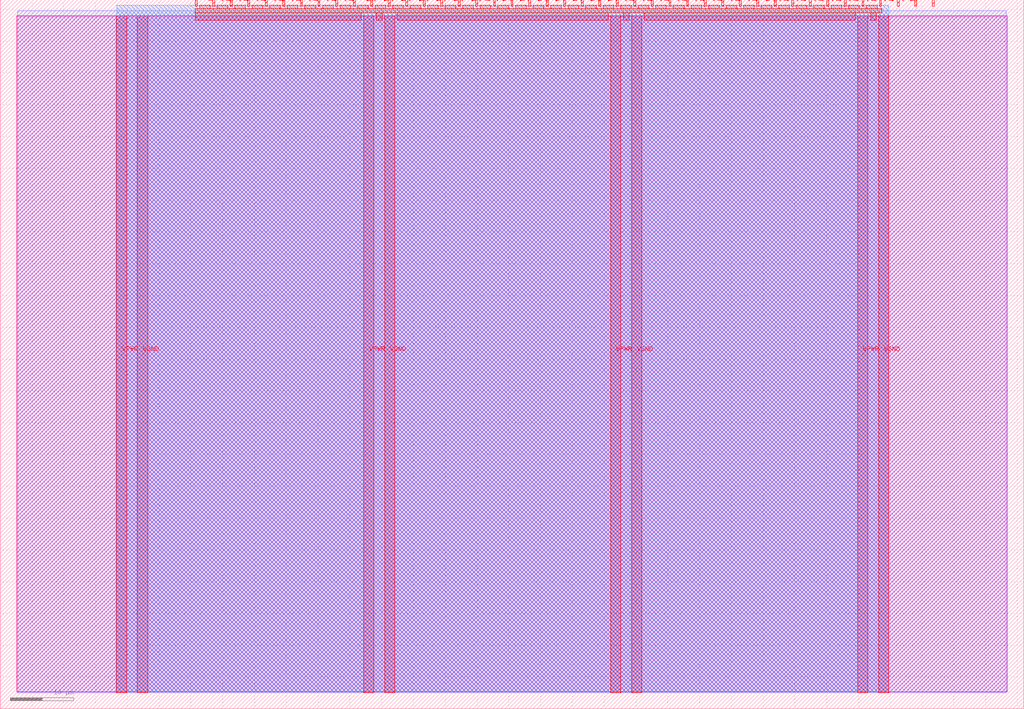
<source format=lef>
VERSION 5.7 ;
  NOWIREEXTENSIONATPIN ON ;
  DIVIDERCHAR "/" ;
  BUSBITCHARS "[]" ;
MACRO tt_um_wokwi_444978564247871489
  CLASS BLOCK ;
  FOREIGN tt_um_wokwi_444978564247871489 ;
  ORIGIN 0.000 0.000 ;
  SIZE 161.000 BY 111.520 ;
  PIN VGND
    DIRECTION INOUT ;
    USE GROUND ;
    PORT
      LAYER met4 ;
        RECT 21.580 2.480 23.180 109.040 ;
    END
    PORT
      LAYER met4 ;
        RECT 60.450 2.480 62.050 109.040 ;
    END
    PORT
      LAYER met4 ;
        RECT 99.320 2.480 100.920 109.040 ;
    END
    PORT
      LAYER met4 ;
        RECT 138.190 2.480 139.790 109.040 ;
    END
  END VGND
  PIN VPWR
    DIRECTION INOUT ;
    USE POWER ;
    PORT
      LAYER met4 ;
        RECT 18.280 2.480 19.880 109.040 ;
    END
    PORT
      LAYER met4 ;
        RECT 57.150 2.480 58.750 109.040 ;
    END
    PORT
      LAYER met4 ;
        RECT 96.020 2.480 97.620 109.040 ;
    END
    PORT
      LAYER met4 ;
        RECT 134.890 2.480 136.490 109.040 ;
    END
  END VPWR
  PIN clk
    DIRECTION INPUT ;
    USE SIGNAL ;
    PORT
      LAYER met4 ;
        RECT 143.830 110.520 144.130 111.520 ;
    END
  END clk
  PIN ena
    DIRECTION INPUT ;
    USE SIGNAL ;
    PORT
      LAYER met4 ;
        RECT 146.590 110.520 146.890 111.520 ;
    END
  END ena
  PIN rst_n
    DIRECTION INPUT ;
    USE SIGNAL ;
    PORT
      LAYER met4 ;
        RECT 141.070 110.520 141.370 111.520 ;
    END
  END rst_n
  PIN ui_in[0]
    DIRECTION INPUT ;
    USE SIGNAL ;
    ANTENNAGATEAREA 0.196500 ;
    PORT
      LAYER met4 ;
        RECT 138.310 110.520 138.610 111.520 ;
    END
  END ui_in[0]
  PIN ui_in[1]
    DIRECTION INPUT ;
    USE SIGNAL ;
    ANTENNAGATEAREA 0.196500 ;
    PORT
      LAYER met4 ;
        RECT 135.550 110.520 135.850 111.520 ;
    END
  END ui_in[1]
  PIN ui_in[2]
    DIRECTION INPUT ;
    USE SIGNAL ;
    ANTENNAGATEAREA 0.196500 ;
    PORT
      LAYER met4 ;
        RECT 132.790 110.520 133.090 111.520 ;
    END
  END ui_in[2]
  PIN ui_in[3]
    DIRECTION INPUT ;
    USE SIGNAL ;
    ANTENNAGATEAREA 0.196500 ;
    PORT
      LAYER met4 ;
        RECT 130.030 110.520 130.330 111.520 ;
    END
  END ui_in[3]
  PIN ui_in[4]
    DIRECTION INPUT ;
    USE SIGNAL ;
    ANTENNAGATEAREA 0.159000 ;
    PORT
      LAYER met4 ;
        RECT 127.270 110.520 127.570 111.520 ;
    END
  END ui_in[4]
  PIN ui_in[5]
    DIRECTION INPUT ;
    USE SIGNAL ;
    ANTENNAGATEAREA 0.159000 ;
    PORT
      LAYER met4 ;
        RECT 124.510 110.520 124.810 111.520 ;
    END
  END ui_in[5]
  PIN ui_in[6]
    DIRECTION INPUT ;
    USE SIGNAL ;
    ANTENNAGATEAREA 0.159000 ;
    PORT
      LAYER met4 ;
        RECT 121.750 110.520 122.050 111.520 ;
    END
  END ui_in[6]
  PIN ui_in[7]
    DIRECTION INPUT ;
    USE SIGNAL ;
    ANTENNAGATEAREA 0.159000 ;
    PORT
      LAYER met4 ;
        RECT 118.990 110.520 119.290 111.520 ;
    END
  END ui_in[7]
  PIN uio_in[0]
    DIRECTION INPUT ;
    USE SIGNAL ;
    PORT
      LAYER met4 ;
        RECT 116.230 110.520 116.530 111.520 ;
    END
  END uio_in[0]
  PIN uio_in[1]
    DIRECTION INPUT ;
    USE SIGNAL ;
    PORT
      LAYER met4 ;
        RECT 113.470 110.520 113.770 111.520 ;
    END
  END uio_in[1]
  PIN uio_in[2]
    DIRECTION INPUT ;
    USE SIGNAL ;
    PORT
      LAYER met4 ;
        RECT 110.710 110.520 111.010 111.520 ;
    END
  END uio_in[2]
  PIN uio_in[3]
    DIRECTION INPUT ;
    USE SIGNAL ;
    PORT
      LAYER met4 ;
        RECT 107.950 110.520 108.250 111.520 ;
    END
  END uio_in[3]
  PIN uio_in[4]
    DIRECTION INPUT ;
    USE SIGNAL ;
    PORT
      LAYER met4 ;
        RECT 105.190 110.520 105.490 111.520 ;
    END
  END uio_in[4]
  PIN uio_in[5]
    DIRECTION INPUT ;
    USE SIGNAL ;
    PORT
      LAYER met4 ;
        RECT 102.430 110.520 102.730 111.520 ;
    END
  END uio_in[5]
  PIN uio_in[6]
    DIRECTION INPUT ;
    USE SIGNAL ;
    PORT
      LAYER met4 ;
        RECT 99.670 110.520 99.970 111.520 ;
    END
  END uio_in[6]
  PIN uio_in[7]
    DIRECTION INPUT ;
    USE SIGNAL ;
    PORT
      LAYER met4 ;
        RECT 96.910 110.520 97.210 111.520 ;
    END
  END uio_in[7]
  PIN uio_oe[0]
    DIRECTION OUTPUT ;
    USE SIGNAL ;
    PORT
      LAYER met4 ;
        RECT 49.990 110.520 50.290 111.520 ;
    END
  END uio_oe[0]
  PIN uio_oe[1]
    DIRECTION OUTPUT ;
    USE SIGNAL ;
    PORT
      LAYER met4 ;
        RECT 47.230 110.520 47.530 111.520 ;
    END
  END uio_oe[1]
  PIN uio_oe[2]
    DIRECTION OUTPUT ;
    USE SIGNAL ;
    PORT
      LAYER met4 ;
        RECT 44.470 110.520 44.770 111.520 ;
    END
  END uio_oe[2]
  PIN uio_oe[3]
    DIRECTION OUTPUT ;
    USE SIGNAL ;
    PORT
      LAYER met4 ;
        RECT 41.710 110.520 42.010 111.520 ;
    END
  END uio_oe[3]
  PIN uio_oe[4]
    DIRECTION OUTPUT ;
    USE SIGNAL ;
    PORT
      LAYER met4 ;
        RECT 38.950 110.520 39.250 111.520 ;
    END
  END uio_oe[4]
  PIN uio_oe[5]
    DIRECTION OUTPUT ;
    USE SIGNAL ;
    PORT
      LAYER met4 ;
        RECT 36.190 110.520 36.490 111.520 ;
    END
  END uio_oe[5]
  PIN uio_oe[6]
    DIRECTION OUTPUT ;
    USE SIGNAL ;
    PORT
      LAYER met4 ;
        RECT 33.430 110.520 33.730 111.520 ;
    END
  END uio_oe[6]
  PIN uio_oe[7]
    DIRECTION OUTPUT ;
    USE SIGNAL ;
    PORT
      LAYER met4 ;
        RECT 30.670 110.520 30.970 111.520 ;
    END
  END uio_oe[7]
  PIN uio_out[0]
    DIRECTION OUTPUT ;
    USE SIGNAL ;
    PORT
      LAYER met4 ;
        RECT 72.070 110.520 72.370 111.520 ;
    END
  END uio_out[0]
  PIN uio_out[1]
    DIRECTION OUTPUT ;
    USE SIGNAL ;
    PORT
      LAYER met4 ;
        RECT 69.310 110.520 69.610 111.520 ;
    END
  END uio_out[1]
  PIN uio_out[2]
    DIRECTION OUTPUT ;
    USE SIGNAL ;
    PORT
      LAYER met4 ;
        RECT 66.550 110.520 66.850 111.520 ;
    END
  END uio_out[2]
  PIN uio_out[3]
    DIRECTION OUTPUT ;
    USE SIGNAL ;
    PORT
      LAYER met4 ;
        RECT 63.790 110.520 64.090 111.520 ;
    END
  END uio_out[3]
  PIN uio_out[4]
    DIRECTION OUTPUT ;
    USE SIGNAL ;
    PORT
      LAYER met4 ;
        RECT 61.030 110.520 61.330 111.520 ;
    END
  END uio_out[4]
  PIN uio_out[5]
    DIRECTION OUTPUT ;
    USE SIGNAL ;
    PORT
      LAYER met4 ;
        RECT 58.270 110.520 58.570 111.520 ;
    END
  END uio_out[5]
  PIN uio_out[6]
    DIRECTION OUTPUT ;
    USE SIGNAL ;
    PORT
      LAYER met4 ;
        RECT 55.510 110.520 55.810 111.520 ;
    END
  END uio_out[6]
  PIN uio_out[7]
    DIRECTION OUTPUT ;
    USE SIGNAL ;
    PORT
      LAYER met4 ;
        RECT 52.750 110.520 53.050 111.520 ;
    END
  END uio_out[7]
  PIN uo_out[0]
    DIRECTION OUTPUT ;
    USE SIGNAL ;
    ANTENNADIFFAREA 0.445500 ;
    PORT
      LAYER met4 ;
        RECT 94.150 110.520 94.450 111.520 ;
    END
  END uo_out[0]
  PIN uo_out[1]
    DIRECTION OUTPUT ;
    USE SIGNAL ;
    ANTENNADIFFAREA 0.445500 ;
    PORT
      LAYER met4 ;
        RECT 91.390 110.520 91.690 111.520 ;
    END
  END uo_out[1]
  PIN uo_out[2]
    DIRECTION OUTPUT ;
    USE SIGNAL ;
    ANTENNADIFFAREA 0.445500 ;
    PORT
      LAYER met4 ;
        RECT 88.630 110.520 88.930 111.520 ;
    END
  END uo_out[2]
  PIN uo_out[3]
    DIRECTION OUTPUT ;
    USE SIGNAL ;
    ANTENNADIFFAREA 0.445500 ;
    PORT
      LAYER met4 ;
        RECT 85.870 110.520 86.170 111.520 ;
    END
  END uo_out[3]
  PIN uo_out[4]
    DIRECTION OUTPUT ;
    USE SIGNAL ;
    ANTENNADIFFAREA 0.445500 ;
    PORT
      LAYER met4 ;
        RECT 83.110 110.520 83.410 111.520 ;
    END
  END uo_out[4]
  PIN uo_out[5]
    DIRECTION OUTPUT ;
    USE SIGNAL ;
    ANTENNADIFFAREA 0.445500 ;
    PORT
      LAYER met4 ;
        RECT 80.350 110.520 80.650 111.520 ;
    END
  END uo_out[5]
  PIN uo_out[6]
    DIRECTION OUTPUT ;
    USE SIGNAL ;
    ANTENNADIFFAREA 0.445500 ;
    PORT
      LAYER met4 ;
        RECT 77.590 110.520 77.890 111.520 ;
    END
  END uo_out[6]
  PIN uo_out[7]
    DIRECTION OUTPUT ;
    USE SIGNAL ;
    ANTENNADIFFAREA 0.445500 ;
    PORT
      LAYER met4 ;
        RECT 74.830 110.520 75.130 111.520 ;
    END
  END uo_out[7]
  OBS
      LAYER nwell ;
        RECT 2.570 2.635 158.430 108.990 ;
      LAYER li1 ;
        RECT 2.760 2.635 158.240 108.885 ;
      LAYER met1 ;
        RECT 2.760 2.480 158.240 109.780 ;
      LAYER met2 ;
        RECT 18.310 2.535 139.760 110.685 ;
      LAYER met3 ;
        RECT 18.290 2.555 139.780 110.665 ;
      LAYER met4 ;
        RECT 31.370 110.120 33.030 110.665 ;
        RECT 34.130 110.120 35.790 110.665 ;
        RECT 36.890 110.120 38.550 110.665 ;
        RECT 39.650 110.120 41.310 110.665 ;
        RECT 42.410 110.120 44.070 110.665 ;
        RECT 45.170 110.120 46.830 110.665 ;
        RECT 47.930 110.120 49.590 110.665 ;
        RECT 50.690 110.120 52.350 110.665 ;
        RECT 53.450 110.120 55.110 110.665 ;
        RECT 56.210 110.120 57.870 110.665 ;
        RECT 58.970 110.120 60.630 110.665 ;
        RECT 61.730 110.120 63.390 110.665 ;
        RECT 64.490 110.120 66.150 110.665 ;
        RECT 67.250 110.120 68.910 110.665 ;
        RECT 70.010 110.120 71.670 110.665 ;
        RECT 72.770 110.120 74.430 110.665 ;
        RECT 75.530 110.120 77.190 110.665 ;
        RECT 78.290 110.120 79.950 110.665 ;
        RECT 81.050 110.120 82.710 110.665 ;
        RECT 83.810 110.120 85.470 110.665 ;
        RECT 86.570 110.120 88.230 110.665 ;
        RECT 89.330 110.120 90.990 110.665 ;
        RECT 92.090 110.120 93.750 110.665 ;
        RECT 94.850 110.120 96.510 110.665 ;
        RECT 97.610 110.120 99.270 110.665 ;
        RECT 100.370 110.120 102.030 110.665 ;
        RECT 103.130 110.120 104.790 110.665 ;
        RECT 105.890 110.120 107.550 110.665 ;
        RECT 108.650 110.120 110.310 110.665 ;
        RECT 111.410 110.120 113.070 110.665 ;
        RECT 114.170 110.120 115.830 110.665 ;
        RECT 116.930 110.120 118.590 110.665 ;
        RECT 119.690 110.120 121.350 110.665 ;
        RECT 122.450 110.120 124.110 110.665 ;
        RECT 125.210 110.120 126.870 110.665 ;
        RECT 127.970 110.120 129.630 110.665 ;
        RECT 130.730 110.120 132.390 110.665 ;
        RECT 133.490 110.120 135.150 110.665 ;
        RECT 136.250 110.120 137.910 110.665 ;
        RECT 30.655 109.440 138.625 110.120 ;
        RECT 30.655 108.295 56.750 109.440 ;
        RECT 59.150 108.295 60.050 109.440 ;
        RECT 62.450 108.295 95.620 109.440 ;
        RECT 98.020 108.295 98.920 109.440 ;
        RECT 101.320 108.295 134.490 109.440 ;
        RECT 136.890 108.295 137.790 109.440 ;
  END
END tt_um_wokwi_444978564247871489
END LIBRARY


</source>
